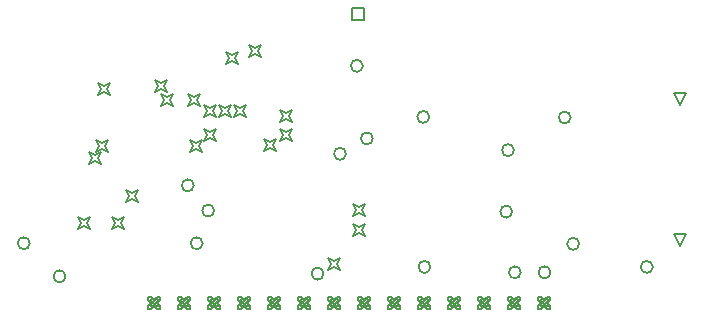
<source format=gbr>
%TF.GenerationSoftware,Altium Limited,Altium Designer,24.7.2 (38)*%
G04 Layer_Color=2752767*
%FSLAX43Y43*%
%MOMM*%
%TF.SameCoordinates,A6C98B59-F63B-4C8E-8392-574C2285590F*%
%TF.FilePolarity,Positive*%
%TF.FileFunction,Drawing*%
%TF.Part,Single*%
G01*
G75*
%TA.AperFunction,NonConductor*%
%ADD67C,0.169*%
%ADD69C,0.127*%
D67*
X27809Y6575D02*
G03*
X27809Y6575I-508J0D01*
G01*
X2934Y9150D02*
G03*
X2934Y9150I-508J0D01*
G01*
X31983Y18029D02*
G03*
X31983Y18029I-508J0D01*
G01*
X17569Y9150D02*
G03*
X17569Y9150I-508J0D01*
G01*
X47018Y6691D02*
G03*
X47018Y6691I-508J0D01*
G01*
X48733Y19800D02*
G03*
X48733Y19800I-508J0D01*
G01*
X5958Y6350D02*
G03*
X5958Y6350I-508J0D01*
G01*
X31133Y24175D02*
G03*
X31133Y24175I-508J0D01*
G01*
X43929Y17035D02*
G03*
X43929Y17035I-508J0D01*
G01*
X55683Y7150D02*
G03*
X55683Y7150I-508J0D01*
G01*
X49447Y9100D02*
G03*
X49447Y9100I-508J0D01*
G01*
X36759Y19850D02*
G03*
X36759Y19850I-508J0D01*
G01*
X36858Y7150D02*
G03*
X36858Y7150I-508J0D01*
G01*
X18550Y11916D02*
G03*
X18550Y11916I-508J0D01*
G01*
X16816Y14050D02*
G03*
X16816Y14050I-508J0D01*
G01*
X29708Y16727D02*
G03*
X29708Y16727I-508J0D01*
G01*
X43783Y11829D02*
G03*
X43783Y11829I-508J0D01*
G01*
X44508Y6691D02*
G03*
X44508Y6691I-508J0D01*
G01*
D69*
X30179Y28067D02*
Y29083D01*
X31195D01*
Y28067D01*
X30179D01*
X58000Y8892D02*
X57492Y9908D01*
X58508D01*
X58000Y8892D01*
Y20892D02*
X57492Y21908D01*
X58508D01*
X58000Y20892D01*
X25682Y3612D02*
X25936D01*
X26190Y3866D01*
X26444Y3612D01*
X26698D01*
Y3866D01*
X26444Y4120D01*
X26698Y4374D01*
Y4628D01*
X26444D01*
X26190Y4374D01*
X25936Y4628D01*
X25682D01*
Y4374D01*
X25936Y4120D01*
X25682Y3866D01*
Y3612D01*
X25885Y3815D02*
X26038D01*
X26190Y3968D01*
X26342Y3815D01*
X26495D01*
Y3968D01*
X26342Y4120D01*
X26495Y4272D01*
Y4425D01*
X26342D01*
X26190Y4272D01*
X26038Y4425D01*
X25885D01*
Y4272D01*
X26038Y4120D01*
X25885Y3968D01*
Y3815D01*
X23142Y3612D02*
X23396D01*
X23650Y3866D01*
X23904Y3612D01*
X24158D01*
Y3866D01*
X23904Y4120D01*
X24158Y4374D01*
Y4628D01*
X23904D01*
X23650Y4374D01*
X23396Y4628D01*
X23142D01*
Y4374D01*
X23396Y4120D01*
X23142Y3866D01*
Y3612D01*
X23345Y3815D02*
X23498D01*
X23650Y3968D01*
X23802Y3815D01*
X23955D01*
Y3968D01*
X23802Y4120D01*
X23955Y4272D01*
Y4425D01*
X23802D01*
X23650Y4272D01*
X23498Y4425D01*
X23345D01*
Y4272D01*
X23498Y4120D01*
X23345Y3968D01*
Y3815D01*
X20602Y3612D02*
X20856D01*
X21110Y3866D01*
X21364Y3612D01*
X21618D01*
Y3866D01*
X21364Y4120D01*
X21618Y4374D01*
Y4628D01*
X21364D01*
X21110Y4374D01*
X20856Y4628D01*
X20602D01*
Y4374D01*
X20856Y4120D01*
X20602Y3866D01*
Y3612D01*
X20805Y3815D02*
X20958D01*
X21110Y3968D01*
X21262Y3815D01*
X21415D01*
Y3968D01*
X21262Y4120D01*
X21415Y4272D01*
Y4425D01*
X21262D01*
X21110Y4272D01*
X20958Y4425D01*
X20805D01*
Y4272D01*
X20958Y4120D01*
X20805Y3968D01*
Y3815D01*
X15522Y3612D02*
X15776D01*
X16030Y3866D01*
X16284Y3612D01*
X16538D01*
Y3866D01*
X16284Y4120D01*
X16538Y4374D01*
Y4628D01*
X16284D01*
X16030Y4374D01*
X15776Y4628D01*
X15522D01*
Y4374D01*
X15776Y4120D01*
X15522Y3866D01*
Y3612D01*
X15725Y3815D02*
X15878D01*
X16030Y3968D01*
X16182Y3815D01*
X16335D01*
Y3968D01*
X16182Y4120D01*
X16335Y4272D01*
Y4425D01*
X16182D01*
X16030Y4272D01*
X15878Y4425D01*
X15725D01*
Y4272D01*
X15878Y4120D01*
X15725Y3968D01*
Y3815D01*
X12982Y3612D02*
X13236D01*
X13490Y3866D01*
X13744Y3612D01*
X13998D01*
Y3866D01*
X13744Y4120D01*
X13998Y4374D01*
Y4628D01*
X13744D01*
X13490Y4374D01*
X13236Y4628D01*
X12982D01*
Y4374D01*
X13236Y4120D01*
X12982Y3866D01*
Y3612D01*
X13185Y3815D02*
X13338D01*
X13490Y3968D01*
X13642Y3815D01*
X13795D01*
Y3968D01*
X13642Y4120D01*
X13795Y4272D01*
Y4425D01*
X13642D01*
X13490Y4272D01*
X13338Y4425D01*
X13185D01*
Y4272D01*
X13338Y4120D01*
X13185Y3968D01*
Y3815D01*
X18062Y3612D02*
X18316D01*
X18570Y3866D01*
X18824Y3612D01*
X19078D01*
Y3866D01*
X18824Y4120D01*
X19078Y4374D01*
Y4628D01*
X18824D01*
X18570Y4374D01*
X18316Y4628D01*
X18062D01*
Y4374D01*
X18316Y4120D01*
X18062Y3866D01*
Y3612D01*
X18265Y3815D02*
X18418D01*
X18570Y3968D01*
X18722Y3815D01*
X18875D01*
Y3968D01*
X18722Y4120D01*
X18875Y4272D01*
Y4425D01*
X18722D01*
X18570Y4272D01*
X18418Y4425D01*
X18265D01*
Y4272D01*
X18418Y4120D01*
X18265Y3968D01*
Y3815D01*
X28222Y3612D02*
X28476D01*
X28730Y3866D01*
X28984Y3612D01*
X29238D01*
Y3866D01*
X28984Y4120D01*
X29238Y4374D01*
Y4628D01*
X28984D01*
X28730Y4374D01*
X28476Y4628D01*
X28222D01*
Y4374D01*
X28476Y4120D01*
X28222Y3866D01*
Y3612D01*
X28425Y3815D02*
X28578D01*
X28730Y3968D01*
X28882Y3815D01*
X29035D01*
Y3968D01*
X28882Y4120D01*
X29035Y4272D01*
Y4425D01*
X28882D01*
X28730Y4272D01*
X28578Y4425D01*
X28425D01*
Y4272D01*
X28578Y4120D01*
X28425Y3968D01*
Y3815D01*
X30762Y3612D02*
X31016D01*
X31270Y3866D01*
X31524Y3612D01*
X31778D01*
Y3866D01*
X31524Y4120D01*
X31778Y4374D01*
Y4628D01*
X31524D01*
X31270Y4374D01*
X31016Y4628D01*
X30762D01*
Y4374D01*
X31016Y4120D01*
X30762Y3866D01*
Y3612D01*
X30965Y3815D02*
X31118D01*
X31270Y3968D01*
X31422Y3815D01*
X31575D01*
Y3968D01*
X31422Y4120D01*
X31575Y4272D01*
Y4425D01*
X31422D01*
X31270Y4272D01*
X31118Y4425D01*
X30965D01*
Y4272D01*
X31118Y4120D01*
X30965Y3968D01*
Y3815D01*
X33302Y3612D02*
X33556D01*
X33810Y3866D01*
X34064Y3612D01*
X34318D01*
Y3866D01*
X34064Y4120D01*
X34318Y4374D01*
Y4628D01*
X34064D01*
X33810Y4374D01*
X33556Y4628D01*
X33302D01*
Y4374D01*
X33556Y4120D01*
X33302Y3866D01*
Y3612D01*
X33505Y3815D02*
X33658D01*
X33810Y3968D01*
X33962Y3815D01*
X34115D01*
Y3968D01*
X33962Y4120D01*
X34115Y4272D01*
Y4425D01*
X33962D01*
X33810Y4272D01*
X33658Y4425D01*
X33505D01*
Y4272D01*
X33658Y4120D01*
X33505Y3968D01*
Y3815D01*
X35842Y3612D02*
X36096D01*
X36350Y3866D01*
X36604Y3612D01*
X36858D01*
Y3866D01*
X36604Y4120D01*
X36858Y4374D01*
Y4628D01*
X36604D01*
X36350Y4374D01*
X36096Y4628D01*
X35842D01*
Y4374D01*
X36096Y4120D01*
X35842Y3866D01*
Y3612D01*
X36045Y3815D02*
X36198D01*
X36350Y3968D01*
X36502Y3815D01*
X36655D01*
Y3968D01*
X36502Y4120D01*
X36655Y4272D01*
Y4425D01*
X36502D01*
X36350Y4272D01*
X36198Y4425D01*
X36045D01*
Y4272D01*
X36198Y4120D01*
X36045Y3968D01*
Y3815D01*
X38382Y3612D02*
X38636D01*
X38890Y3866D01*
X39144Y3612D01*
X39398D01*
Y3866D01*
X39144Y4120D01*
X39398Y4374D01*
Y4628D01*
X39144D01*
X38890Y4374D01*
X38636Y4628D01*
X38382D01*
Y4374D01*
X38636Y4120D01*
X38382Y3866D01*
Y3612D01*
X38585Y3815D02*
X38738D01*
X38890Y3968D01*
X39042Y3815D01*
X39195D01*
Y3968D01*
X39042Y4120D01*
X39195Y4272D01*
Y4425D01*
X39042D01*
X38890Y4272D01*
X38738Y4425D01*
X38585D01*
Y4272D01*
X38738Y4120D01*
X38585Y3968D01*
Y3815D01*
X40922Y3612D02*
X41176D01*
X41430Y3866D01*
X41684Y3612D01*
X41938D01*
Y3866D01*
X41684Y4120D01*
X41938Y4374D01*
Y4628D01*
X41684D01*
X41430Y4374D01*
X41176Y4628D01*
X40922D01*
Y4374D01*
X41176Y4120D01*
X40922Y3866D01*
Y3612D01*
X41125Y3815D02*
X41278D01*
X41430Y3968D01*
X41582Y3815D01*
X41735D01*
Y3968D01*
X41582Y4120D01*
X41735Y4272D01*
Y4425D01*
X41582D01*
X41430Y4272D01*
X41278Y4425D01*
X41125D01*
Y4272D01*
X41278Y4120D01*
X41125Y3968D01*
Y3815D01*
X43462Y3612D02*
X43716D01*
X43970Y3866D01*
X44224Y3612D01*
X44478D01*
Y3866D01*
X44224Y4120D01*
X44478Y4374D01*
Y4628D01*
X44224D01*
X43970Y4374D01*
X43716Y4628D01*
X43462D01*
Y4374D01*
X43716Y4120D01*
X43462Y3866D01*
Y3612D01*
X43665Y3815D02*
X43818D01*
X43970Y3968D01*
X44122Y3815D01*
X44275D01*
Y3968D01*
X44122Y4120D01*
X44275Y4272D01*
Y4425D01*
X44122D01*
X43970Y4272D01*
X43818Y4425D01*
X43665D01*
Y4272D01*
X43818Y4120D01*
X43665Y3968D01*
Y3815D01*
X46002Y3612D02*
X46256D01*
X46510Y3866D01*
X46764Y3612D01*
X47018D01*
Y3866D01*
X46764Y4120D01*
X47018Y4374D01*
Y4628D01*
X46764D01*
X46510Y4374D01*
X46256Y4628D01*
X46002D01*
Y4374D01*
X46256Y4120D01*
X46002Y3866D01*
Y3612D01*
X46205Y3815D02*
X46358D01*
X46510Y3968D01*
X46662Y3815D01*
X46815D01*
Y3968D01*
X46662Y4120D01*
X46815Y4272D01*
Y4425D01*
X46662D01*
X46510Y4272D01*
X46358Y4425D01*
X46205D01*
Y4272D01*
X46358Y4120D01*
X46205Y3968D01*
Y3815D01*
X22751Y16927D02*
X23006Y17435D01*
X22751Y17943D01*
X23260Y17689D01*
X23767Y17943D01*
X23514Y17435D01*
X23767Y16927D01*
X23260Y17181D01*
X22751Y16927D01*
X13567Y21942D02*
X13821Y22450D01*
X13567Y22958D01*
X14075Y22704D01*
X14583Y22958D01*
X14329Y22450D01*
X14583Y21942D01*
X14075Y22196D01*
X13567Y21942D01*
X18974Y19881D02*
X19228Y20389D01*
X18974Y20897D01*
X19482Y20643D01*
X19990Y20897D01*
X19736Y20389D01*
X19990Y19881D01*
X19482Y20135D01*
X18974Y19881D01*
X8717Y21692D02*
X8971Y22200D01*
X8717Y22708D01*
X9225Y22454D01*
X9733Y22708D01*
X9479Y22200D01*
X9733Y21692D01*
X9225Y21946D01*
X8717Y21692D01*
X19520Y24324D02*
X19774Y24832D01*
X19520Y25340D01*
X20028Y25086D01*
X20536Y25340D01*
X20282Y24832D01*
X20536Y24324D01*
X20028Y24578D01*
X19520Y24324D01*
X7967Y15892D02*
X8221Y16400D01*
X7967Y16908D01*
X8475Y16654D01*
X8983Y16908D01*
X8729Y16400D01*
X8983Y15892D01*
X8475Y16146D01*
X7967Y15892D01*
X7040Y10342D02*
X7294Y10850D01*
X7040Y11358D01*
X7548Y11104D01*
X8056Y11358D01*
X7802Y10850D01*
X8056Y10342D01*
X7548Y10596D01*
X7040Y10342D01*
X11097Y12672D02*
X11351Y13180D01*
X11097Y13688D01*
X11605Y13434D01*
X12113Y13688D01*
X11859Y13180D01*
X12113Y12672D01*
X11605Y12926D01*
X11097Y12672D01*
X20217Y19853D02*
X20471Y20361D01*
X20217Y20869D01*
X20725Y20615D01*
X21233Y20869D01*
X20979Y20361D01*
X21233Y19853D01*
X20725Y20107D01*
X20217Y19853D01*
X17704Y17842D02*
X17958Y18350D01*
X17704Y18858D01*
X18212Y18604D01*
X18720Y18858D01*
X18466Y18350D01*
X18720Y17842D01*
X18212Y18096D01*
X17704Y17842D01*
X9917Y10342D02*
X10171Y10850D01*
X9917Y11358D01*
X10425Y11104D01*
X10933Y11358D01*
X10679Y10850D01*
X10933Y10342D01*
X10425Y10596D01*
X9917Y10342D01*
X8534Y16855D02*
X8788Y17364D01*
X8534Y17872D01*
X9042Y17618D01*
X9550Y17872D01*
X9296Y17364D01*
X9550Y16855D01*
X9042Y17110D01*
X8534Y16855D01*
X16317Y20799D02*
X16571Y21307D01*
X16317Y21815D01*
X16825Y21561D01*
X17333Y21815D01*
X17079Y21307D01*
X17333Y20799D01*
X16825Y21053D01*
X16317Y20799D01*
X14017Y20805D02*
X14271Y21313D01*
X14017Y21821D01*
X14525Y21567D01*
X15033Y21821D01*
X14779Y21313D01*
X15033Y20805D01*
X14525Y21059D01*
X14017Y20805D01*
X17704Y19853D02*
X17958Y20361D01*
X17704Y20869D01*
X18212Y20615D01*
X18720Y20869D01*
X18466Y20361D01*
X18720Y19853D01*
X18212Y20107D01*
X17704Y19853D01*
X16492Y16855D02*
X16746Y17364D01*
X16492Y17872D01*
X17000Y17618D01*
X17508Y17872D01*
X17254Y17364D01*
X17508Y16855D01*
X17000Y17110D01*
X16492Y16855D01*
X30331Y11421D02*
X30585Y11929D01*
X30331Y12437D01*
X30839Y12183D01*
X31347Y12437D01*
X31093Y11929D01*
X31347Y11421D01*
X30839Y11675D01*
X30331Y11421D01*
Y9765D02*
X30585Y10273D01*
X30331Y10781D01*
X30839Y10527D01*
X31347Y10781D01*
X31093Y10273D01*
X31347Y9765D01*
X30839Y10019D01*
X30331Y9765D01*
X28222Y6850D02*
X28476Y7358D01*
X28222Y7866D01*
X28730Y7612D01*
X29238Y7866D01*
X28984Y7358D01*
X29238Y6850D01*
X28730Y7104D01*
X28222Y6850D01*
X24099Y17813D02*
X24353Y18321D01*
X24099Y18829D01*
X24607Y18575D01*
X25115Y18829D01*
X24861Y18321D01*
X25115Y17813D01*
X24607Y18067D01*
X24099Y17813D01*
Y19445D02*
X24353Y19953D01*
X24099Y20461D01*
X24607Y20207D01*
X25115Y20461D01*
X24861Y19953D01*
X25115Y19445D01*
X24607Y19699D01*
X24099Y19445D01*
X21524Y24942D02*
X21778Y25450D01*
X21524Y25958D01*
X22032Y25704D01*
X22540Y25958D01*
X22286Y25450D01*
X22540Y24942D01*
X22032Y25196D01*
X21524Y24942D01*
%TF.MD5,a6c5c6ac9560542a47a0aa9b63292435*%
M02*

</source>
